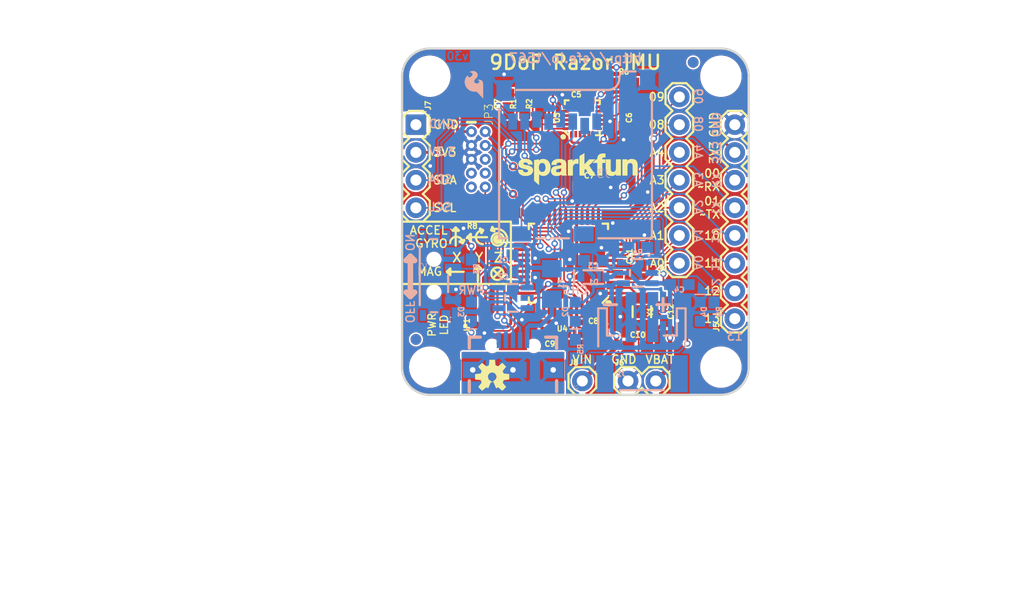
<source format=kicad_pcb>
(kicad_pcb (version 20221018) (generator pcbnew)
  (layers (0 "F.Cu" signal) (31 "B.Cu" signal) (34 "B.Paste" user) (35 "F.Paste" user) (36 "B.SilkS" user "B.Silkscreen") (37 "F.SilkS" user "F.Silkscreen") (38 "B.Mask" user) (39 "F.Mask" user) (44 "Edge.Cuts" user))
  (net 0 "")
  (net 1 "GND")
  (net 2 "REGOUT")
  (net 3 "3.3V")
  (net 4 "VDDCORE")
  (net 5 "N$2")
  (net 6 "N$4")
  (net 7 "~{RESET}")
  (net 8 "D+")
  (net 9 "D-")
  (net 10 "D1/TXO")
  (net 11 "D0/RXI")
  (net 12 "D4/INT")
  (net 13 "D3/FSYNC")
  (net 14 "D2/SD_CD")
  (net 15 "D5")
  (net 16 "D6")
  (net 17 "D7")
  (net 18 "VIN")
  (net 19 "A1")
  (net 20 "A0")
  (net 21 "D12")
  (net 22 "D10")
  (net 23 "N$5")
  (net 24 "D11")
  (net 25 "SWCLK")
  (net 26 "SWDIO")
  (net 27 "SDA")
  (net 28 "SCL")
  (net 29 "N$1")
  (net 30 "SD_MOSI")
  (net 31 "SD_SCK")
  (net 32 "SD_MISO")
  (net 33 "SD_~{CS}")
  (net 34 "D13")
  (net 35 "N$8")
  (net 36 "N$9")
  (net 37 "VREG_EN")
  (net 38 "N$7")
  (net 39 "CHG_LED")
  (net 40 "N$3")
  (net 41 "SHIELD")
  (net 42 "N$11")
  (net 43 "N$12")
  (net 44 "V_BATT")
  (net 45 "A2")
  (net 46 "A3")
  (net 47 "A4")
  (net 48 "A5")
  (net 49 "D8")
  (net 50 "D9")
  (net 51 "ID")
  (footprint "working:STAND-OFF" (layer "F.Cu") (at 161.8361 118.3386)
    (fp_text reference "H1" hide)
    (fp_text value "STAND-OFF" hide)
  )
  (footprint "working:0603" (layer "F.Cu") (at 154.5209 108.1786 90)
    (fp_text reference "C11")
    (fp_text value "0.1uF")
  )
  (footprint "working:TQFP-48" (layer "F.Cu") (at 147.8661 108.8136 180)
    (fp_text reference "U4")
    (fp_text value "ATSAMD21G-A")
  )
  (footprint "working:0603" (layer "F.Cu") (at 156.7561 113.2586 -90)
    (fp_text reference "C12")
    (fp_text value "15pF")
  )
  (footprint "working:FIDUCIAL-1X2" (layer "F.Cu") (at 159.2961 90.3986)
    (fp_text reference "FD2" hide)
    (fp_text value "FIDUCIAL1X2" hide)
  )
  (footprint "working:0603" (layer "F.Cu") (at 149.1361 92.3036 180)
    (fp_text reference "C5")
    (fp_text value "0.1uF")
  )
  (footprint "working:CRYSTAL-SMD-3.2X1.5MM" (layer "F.Cu") (at 154.5971 113.2586 -90)
    (fp_text reference "Y1")
    (fp_text value "32.768kHz")
  )
  (footprint "working:0603" (layer "F.Cu") (at 152.9461 92.3036)
    (fp_text reference "R6")
    (fp_text value "100k")
  )
  (footprint "working:0603" (layer "F.Cu") (at 143.8656 94.2086 90)
    (fp_text reference "R1")
    (fp_text value "4.7k")
  )
  (footprint "working:SMT-JUMPER_2_NC_PASTE_NO-SILK" (layer "F.Cu") (at 137.7061 114.5286 -90)
    (fp_text reference "JP1")
    (fp_text value "LED")
  )
  (footprint "working:0603" (layer "F.Cu") (at 149.7711 101.8286)
    (fp_text reference "C7")
    (fp_text value "0.1uF")
  )
  (footprint "working:OSHW-LOGO-S" (layer "F.Cu") (at 140.8811 119.2276)
    (fp_text reference "LOGO2" hide)
    (fp_text value "OSHW-LOGOS" hide)
  )
  (footprint "working:1X02" (layer "F.Cu") (at 153.3271 119.6086)
    (fp_text reference "J6")
    (fp_text value "")
  )
  (footprint "working:SFE_LOGO_NAME_.1" (layer "F.Cu") (at 142.7861 102.0826)
    (fp_text reference "LOGO3" hide)
    (fp_text value "SFE_LOGO_NAME.1_INCH" hide)
  )
  (footprint "working:STAND-OFF" (layer "F.Cu") (at 135.1661 118.3386)
    (fp_text reference "H2" hide)
    (fp_text value "STAND-OFF" hide)
  )
  (footprint "working:STAND-OFF" (layer "F.Cu") (at 161.8361 91.6686)
    (fp_text reference "H3" hide)
    (fp_text value "STAND-OFF" hide)
  )
  (footprint "working:PAD.03X.03" (layer "F.Cu") (at 142.7861 99.9236)
    (fp_text reference "TP2" hide)
    (fp_text value "TEST-POINT3" hide)
  )
  (footprint "working:FIDUCIAL-1X2" (layer "F.Cu") (at 133.8961 115.7986)
    (fp_text reference "FD4" hide)
    (fp_text value "FIDUCIAL1X2" hide)
  )
  (footprint "working:1X07" (layer "F.Cu") (at 158.0261 108.8136 90)
    (fp_text reference "J4")
    (fp_text value "")
  )
  (footprint "working:0603" (layer "F.Cu") (at 154.2161 116.4336)
    (fp_text reference "C10")
    (fp_text value "15pF")
  )
  (footprint "working:CREATIVE_COMMONS" (layer "F.Cu") (at 116.1161 138.6586)
    (fp_text reference "FRAME1" hide)
    (fp_text value "FRAME-LETTER" hide)
  )
  (footprint "working:0603" (layer "F.Cu") (at 139.6111 104.3686 180)
    (fp_text reference "R8")
    (fp_text value "10k")
  )
  (footprint "working:QFN24-3X3" (layer "F.Cu") (at 149.1361 95.4786 90)
    (fp_text reference "U3")
    (fp_text value "MPU-9250")
  )
  (footprint "working:2X5-PTH-1.27MM" (layer "F.Cu") (at 139.6111 99.2886 -90)
    (fp_text reference "JP3")
    (fp_text value "CORTEX_DEBUGPTH")
  )
  (footprint "working:0603" (layer "F.Cu") (at 146.7231 115.1636 180)
    (fp_text reference "C9")
    (fp_text value "0.1uF")
  )
  (footprint "working:PAD.03X.03" (layer "F.Cu") (at 142.7861 102.4636)
    (fp_text reference "TP1" hide)
    (fp_text value "TEST-POINT3" hide)
  )
  (footprint "working:1X01" (layer "F.Cu") (at 149.1361 119.6086)
    (fp_text reference "J8")
    (fp_text value "")
  )
  (footprint "working:1X04" (layer "F.Cu") (at 133.8961 96.1136 -90)
    (fp_text reference "J7")
    (fp_text value "")
  )
  (footprint "working:0603" (layer "F.Cu") (at 142.4051 94.2086 90)
    (fp_text reference "R7")
    (fp_text value "100k")
  )
  (footprint "working:0603" (layer "F.Cu") (at 150.1521 115.1636)
    (fp_text reference "C8")
    (fp_text value "0.1uF")
  )
  (footprint "working:STAND-OFF" (layer "F.Cu") (at 135.1661 91.6686)
    (fp_text reference "H4" hide)
    (fp_text value "STAND-OFF" hide)
  )
  (footprint "working:0603" (layer "F.Cu") (at 152.9461 95.4786 -90)
    (fp_text reference "C6")
    (fp_text value "0.1uF")
  )
  (footprint "working:0603" (layer "F.Cu") (at 145.3261 94.2086 90)
    (fp_text reference "R2")
    (fp_text value "4.7k")
  )
  (footprint "working:1X08" (layer "F.Cu") (at 163.1061 113.8936 90)
    (fp_text reference "J5")
    (fp_text value "")
  )
  (footprint "working:LED-0603" (layer "B.Cu") (at 138.9761 113.2586 -90)
    (fp_text reference "D3")
    (fp_text value "RED")
  )
  (footprint "working:SWITCH-SPST-SMD-A" (layer "B.Cu") (at 135.5471 109.9566 -90)
    (fp_text reference "S1")
    (fp_text value "SWITCH-SPST-SMD-A")
  )
  (footprint "working:SOD-323" (layer "B.Cu") (at 150.1521 110.0836)
    (fp_text reference "D1")
    (fp_text value "1A/23V/620mV")
  )
  (footprint "working:0603" (layer "B.Cu") (at 141.8971 109.5756)
    (fp_text reference "C2")
    (fp_text value "2.2uF")
  )
  (footprint "working:0603" (layer "B.Cu") (at 150.1521 108.5596)
    (fp_text reference "C3")
    (fp_text value "4.7uF")
  )
  (footprint "working:0603" (layer "B.Cu") (at 138.9761 109.3216 90)
    (fp_text reference "R3")
    (fp_text value "1k")
  )
  (footprint "working:MICRO-SD-SOCKET-PP" (layer "B.Cu") (at 141.5161 106.5276 180)
    (fp_text reference "J3")
    (fp_text value "USD_CONNECTOR")
  )
  (footprint "working:1206" (layer "B.Cu") (at 146.3421 110.7186 90)
    (fp_text reference "F1")
    (fp_text value "6V/0.5A")
  )
  (footprint "working:0603" (layer "B.Cu") (at 141.8971 108.0516)
    (fp_text reference "C1")
    (fp_text value "1.0uF")
  )
  (footprint "working:SFE_LOGO_FLAME_.1" (layer "B.Cu") (at 140.3731 94.0816 180)
    (fp_text reference "LOGO1" hide)
    (fp_text value "SFE_LOGO_FLAME.1_INCH" hide)
  )
  (footprint "working:SOT23-5" (layer "B.Cu") (at 142.7861 111.9886 -90)
    (fp_text reference "U1")
    (fp_text value "3.3V")
  )
  (footprint "working:USB-B-MICRO-SMD_V03" (layer "B.Cu") (at 142.7861 118.5926 90)
    (fp_text reference "J2")
    (fp_text value "")
  )
  (footprint "working:JST-2-SMD" (layer "B.Cu") (at 154.5971 117.4496)
    (fp_text reference "J1")
    (fp_text value "LiPo")
  )
  (footprint "working:0603" (layer "B.Cu") (at 154.2161 107.3531)
    (fp_text reference "R4")
    (fp_text value "2.2k")
  )
  (footprint "working:SOT23-5" (layer "B.Cu") (at 154.2161 109.7026 -90)
    (fp_text reference "U2")
    (fp_text value "MCP73831")
  )
  (footprint "working:LED-0603" (layer "B.Cu") (at 148.5011 113.2586 -90)
    (fp_text reference "D2")
    (fp_text value "Yellow")
  )
  (footprint "working:0603" (layer "B.Cu") (at 158.0261 110.7694)
    (fp_text reference "C4")
    (fp_text value "4.7uF")
  )
  (footprint "working:LED-0603" (layer "B.Cu") (at 159.9311 113.2586 90)
    (fp_text reference "D4")
    (fp_text value "BLUE")
  )
  (footprint "working:0603" (layer "B.Cu") (at 148.5011 116.6876 90)
    (fp_text reference "R5")
    (fp_text value "1k")
  )
  (footprint "working:0603" (layer "B.Cu") (at 161.2011 113.2586 90)
    (fp_text reference "R9")
    (fp_text value "1k")
  )
  (footprint "working:FIDUCIAL-1X2" (layer "B.Cu") (at 159.2961 90.3986 180)
    (fp_text reference "FD3" hide)
    (fp_text value "FIDUCIAL1X2" hide)
  )
  (footprint "working:FIDUCIAL-1X2" (layer "B.Cu") (at 133.8961 115.7986 180)
    (fp_text reference "FD1" hide)
    (fp_text value "FIDUCIAL1X2" hide)
  )
  (gr_line (start 133.3881 111.8616) (end 133.7691 111.4806) (stroke (width 0.508)) (layer "B.SilkS"))
  (gr_line (start 133.7691 111.4806) (end 133.0071 111.4806) (stroke (width 0.508)) (layer "B.SilkS"))
  (gr_line (start 133.7691 108.5596) (end 133.3881 108.1786) (stroke (width 0.508)) (layer "B.SilkS"))
  (gr_line (start 133.3881 111.8616) (end 133.3881 108.1786) (stroke (width 0.508)) (layer "B.SilkS"))
  (gr_line (start 133.0071 111.4806) (end 133.3881 111.8616) (stroke (width 0.508)) (layer "B.SilkS"))
  (gr_line (start 133.0071 108.5596) (end 133.7691 108.5596) (stroke (width 0.508)) (layer "B.SilkS"))
  (gr_line (start 133.3881 108.1786) (end 133.0071 108.5596) (stroke (width 0.508)) (layer "B.SilkS"))
  (gr_line (start 139.573 109.0422) (end 139.573 110.4392) (stroke (width 0.2032)) (layer "F.SilkS"))
  (gr_line (start 139.573 109.0422) (end 139.827 109.2962) (stroke (width 0.254)) (layer "F.SilkS"))
  (gr_line (start 139.573 109.0422) (end 139.319 109.2962) (stroke (width 0.254)) (layer "F.SilkS"))
  (gr_line (start 140.0302 105.791) (end 139.9032 106.0196) (stroke (width 0.254)) (layer "F.SilkS"))
  (gr_line (start 137.541 105.5624) (end 137.287 105.8164) (stroke (width 0.254)) (layer "F.SilkS"))
  (gr_line (start 139.2936 109.3216) (end 139.8524 109.3216) (stroke (width 0.254)) (layer "F.SilkS"))
  (gr_line (start 141.0462 110.0836) (end 141.6812 109.4486) (stroke (width 0.2032)) (layer "F.SilkS"))
  (gr_line (start 136.7536 109.601) (end 137.0076 109.855) (stroke (width 0.254)) (layer "F.SilkS"))
  (gr_circle (center 141.39164 106.624119) (end 141.95954 106.624119) (stroke (width 0.2032)) (fill none) (layer "F.SilkS"))
  (gr_line (start 137.541 105.5624) (end 137.795 105.8164) (stroke (width 0.254)) (layer "F.SilkS"))
  (gr_circle (center 141.3891 106.62666) (end 141.4145 106.62666) (stroke (width 0.4064)) (fill none) (layer "F.SilkS"))
  (gr_line (start 136.7536 109.601) (end 137.0076 109.347) (stroke (width 0.254)) (layer "F.SilkS"))
  (gr_line (start 138.176 106.9594) (end 137.922 106.8324) (stroke (width 0.254)) (layer "F.SilkS"))
  (gr_line (start 137.033 109.8804) (end 137.033 109.3216) (stroke (width 0.254)) (layer "F.SilkS"))
  (gr_circle (center 141.361159 109.773719) (end 141.929059 109.773719) (stroke (width 0.2032)) (fill none) (layer "F.SilkS"))
  (gr_line (start 138.303 106.7054) (end 137.922 106.8324) (stroke (width 0.254)) (layer "F.SilkS"))
  (gr_line (start 142.5956 105.0036) (end 132.6261 105.0036) (stroke (width 0.2032)) (layer "F.SilkS"))
  (gr_line (start 138.6332 106.426) (end 140.4112 106.426) (stroke (width 0.2032)) (layer "F.SilkS"))
  (gr_arc (start 140.844987 105.75581) (mid 142.050436 106.043219) (end 142.048343 107.282455) (stroke (width 0.2032)) (layer "F.SilkS"))
  (gr_line (start 138.9126 106.7054) (end 138.9126 106.1466) (stroke (width 0.254)) (layer "F.SilkS"))
  (gr_line (start 138.6332 106.426) (end 138.8872 106.68) (stroke (width 0.254)) (layer "F.SilkS"))
  (gr_line (start 137.795 105.8164) (end 137.287 105.8164) (stroke (width 0.254)) (layer "F.SilkS"))
  (gr_line (start 139.9032 106.0196) (end 139.7762 105.664) (stroke (width 0.254)) (layer "F.SilkS"))
  (gr_line (start 138.6332 106.426) (end 138.8872 106.172) (stroke (width 0.254)) (layer "F.SilkS"))
  (gr_line (start 140.0302 105.791) (end 139.7762 105.664) (stroke (width 0.254)) (layer "F.SilkS"))
  (gr_line (start 140.809068 105.791732) (end 140.898871 105.522322) (stroke (width 0.254)) (layer "F.SilkS"))
  (gr_line (start 140.809068 105.791732) (end 141.060515 105.863572) (stroke (width 0.254)) (layer "F.SilkS"))
  (gr_line (start 141.0462 109.474) (end 141.6812 110.109) (stroke (width 0.2032)) (layer "F.SilkS"))
  (gr_line (start 142.5956 110.7186) (end 142.5956 105.0036) (stroke (width 0.2032)) (layer "F.SilkS"))
  (gr_line (start 138.176 106.9594) (end 138.303 106.7054) (stroke (width 0.254)) (layer "F.SilkS"))
  (gr_line (start 137.541 105.5624) (end 137.541 107.2134) (stroke (width 0.2032)) (layer "F.SilkS"))
  (gr_line (start 142.5956 110.7186) (end 132.6261 110.7186) (stroke (width 0.2032)) (layer "F.SilkS"))
  (gr_arc (start 140.0302 107.061) (mid 139.3952 106.426) (end 140.0302 105.791) (stroke (width 0.2032)) (layer "F.SilkS"))
  (gr_line (start 136.7536 109.601) (end 138.2776 109.601) (stroke (width 0.2032)) (layer "F.SilkS"))
  (gr_line (start 141.060515 105.863572) (end 140.898871 105.522322) (stroke (width 0.254)) (layer "F.SilkS"))
  (gr_arc (start 137.033 106.9594) (mid 137.6045 106.3879) (end 138.176 106.9594) (stroke (width 0.2032)) (layer "F.SilkS"))
  (gr_arc (start 161.8361 89.1286) (mid 163.632151 89.872549) (end 164.3761 91.6686) (stroke (width 0.2032)) (layer "Edge.Cuts"))
  (gr_line (start 135.1661 120.8786) (end 161.8361 120.8786) (stroke (width 0.2032)) (layer "Edge.Cuts"))
  (gr_arc (start 164.3761 118.3386) (mid 163.632151 120.134651) (end 161.8361 120.8786) (stroke (width 0.2032)) (layer "Edge.Cuts"))
  (gr_arc (start 135.1661 120.8786) (mid 133.370049 120.134651) (end 132.6261 118.3386) (stroke (width 0.2032)) (layer "Edge.Cuts"))
  (gr_line (start 132.6261 91.6686) (end 132.6261 118.3386) (stroke (width 0.2032)) (layer "Edge.Cuts"))
  (gr_line (start 164.3761 118.3386) (end 164.3761 91.6686) (stroke (width 0.2032)) (layer "Edge.Cuts"))
  (gr_arc (start 132.6261 91.6686) (mid 133.370049 89.872549) (end 135.1661 89.1286) (stroke (width 0.2032)) (layer "Edge.Cuts"))
  (gr_line (start 161.8361 89.1286) (end 135.1661 89.1286) (stroke (width 0.2032)) (layer "Edge.Cuts"))
  (gr_text "v30" (at 137.7061 89.3826) (layer "B.Cu") (effects (font (size 0.75565 0.75565) (thickness 0.13335)) (justify top mirror)))
  (gr_text "3.3V" (at 134.9883 98.5774) (layer "B.SilkS") (effects (font (size 0.75565 0.75565) (thickness 0.13335)) (justify right mirror)))
  (gr_text "09" (at 159.2961 93.5101 -90) (layer "B.SilkS") (effects (font (size 0.75565 0.75565) (thickness 0.13335)) (justify bottom mirror)))
  (gr_text "08" (at 159.2961 96.0501 -90) (layer "B.SilkS") (effects (font (size 0.75565 0.75565) (thickness 0.13335)) (justify bottom mirror)))
  (gr_text "RX" (at 161.8361 101.1936 -90) (layer "B.SilkS") (effects (font (size 0.75565 0.75565) (thickness 0.13335)) (justify top mirror)))
  (gr_text "A4" (at 159.2961 98.5901 -90) (layer "B.SilkS") (effects (font (size 0.75565 0.75565) (thickness 0.13335)) (justify bottom mirror)))
  (gr_text "-" (at 152.8191 113.3856) (layer "B.SilkS") (effects (font (size 1.5113 1.5113) (thickness 0.2667)) (justify left bottom mirror)))
  (gr_text "OFF" (at 132.8801 113.2586 -90) (layer "B.SilkS") (effects (font (size 0.75565 0.75565) (thickness 0.13335)) (justify bottom mirror)))
  (gr_text "A0" (at 159.2961 108.7501 -90) (layer "B.SilkS") (effects (font (size 0.75565 0.75565) (thickness 0.13335)) (justify bottom mirror)))
  (gr_text "A2" (at 159.2961 103.6701 -90) (layer "B.SilkS") (effects (font (size 0.75565 0.75565) (thickness 0.13335)) (justify bottom mirror)))
  (gr_text "10" (at 161.8361 106.2736 -90) (layer "B.SilkS") (effects (font (size 0.75565 0.75565) (thickness 0.13335)) (justify top mirror)))
  (gr_text "http://sfe.io/t567" (at 148.5011 89.5096) (layer "B.SilkS") (effects (font (size 0.8636 0.8636) (thickness 0.1524)) (justify top mirror)))
  (gr_text "SDA" (at 134.9883 101.1174) (layer "B.SilkS") (effects (font (size 0.75565 0.75565) (thickness 0.13335)) (justify right mirror)))
  (gr_text "11" (at 161.8361 108.8136 -90) (layer "B.SilkS") (effects (font (size 0.75565 0.75565) (thickness 0.13335)) (justify top mirror)))
  (gr_text "+" (at 157.6451 113.3856) (layer "B.SilkS") (effects (font (size 1.5113 1.5113) (thickness 0.2667)) (justify left bottom mirror)))
  (gr_text "ON" (at 132.8801 106.9086 -90) (layer "B.SilkS") (effects (font (size 0.75565 0.75565) (thickness 0.13335)) (justify bottom mirror)))
  (gr_text "A3" (at 159.2961 101.1301 -90) (layer "B.SilkS") (effects (font (size 0.75565 0.75565) (thickness 0.13335)) (justify bottom mirror)))
  (gr_text "12" (at 161.8361 110.9091 -90) (layer "B.SilkS") (effects (font (size 0.75565 0.75565) (thickness 0.13335)) (justify top mirror)))
  (gr_text "GND" (at 161.8361 96.1136 -90) (layer "B.SilkS") (effects (font (size 0.75565 0.75565) (thickness 0.13335)) (justify top mirror)))
  (gr_text "A1" (at 159.2961 106.2101 -90) (layer "B.SilkS") (effects (font (size 0.75565 0.75565) (thickness 0.13335)) (justify bottom mirror)))
  (gr_text "13" (at 163.1061 115.0747) (layer "B.SilkS") (effects (font (size 0.75565 0.75565) (thickness 0.13335)) (justify top mirror)))
  (gr_text "CHG" (at 148.5011 111.7346) (layer "B.SilkS") (effects (font (size 0.75565 0.75565) (thickness 0.13335)) (justify bottom mirror)))
  (gr_text "TX" (at 161.8361 103.7336 -90) (layer "B.SilkS") (effects (font (size 0.75565 0.75565) (thickness 0.13335)) (justify top mirror)))
  (gr_text "GND" (at 134.9883 96.0374) (layer "B.SilkS") (effects (font (size 0.75565 0.75565) (thickness 0.13335)) (justify right mirror)))
  (gr_text "PWR" (at 138.9761 111.7346) (layer "B.SilkS") (effects (font (size 0.75565 0.75565) (thickness 0.13335)) (justify bottom mirror)))
  (gr_text "SCL" (at 134.9883 103.6574) (layer "B.SilkS") (effects (font (size 0.75565 0.75565) (thickness 0.13335)) (justify right mirror)))
  (gr_text "3V3" (at 161.8361 98.6536 -90) (layer "B.SilkS") (effects (font (size 0.75565 0.75565) (thickness 0.13335)) (justify top mirror)))
  (gr_text "Y" (at 139.6746 108.3056) (layer "F.SilkS") (effects (font (size 0.8636 0.8636) (thickness 0.1524))))
  (gr_text "VIN" (at 149.1361 118.0846) (layer "F.SilkS") (effects (font (size 0.75565 0.75565) (thickness 0.13335)) (justify bottom)))
  (gr_text "SDA" (at 135.4201 101.1936) (layer "F.SilkS") (effects (font (size 0.75565 0.75565) (thickness 0.13335)) (justify left)))
  (gr_text "10" (at 161.8361 106.2736) (layer "F.SilkS") (effects (font (size 0.75565 0.75565) (thickness 0.13335)) (justify right)))
  (gr_text "11" (at 161.8361 108.8136) (layer "F.SilkS") (effects (font (size 0.75565 0.75565) (thickness 0.13335)) (justify right)))
  (gr_text "SCL" (at 135.4201 103.7336) (layer "F.SilkS") (effects (font (size 0.75565 0.75565) (thickness 0.13335)) (justify left)))
  (gr_text "GND" (at 152.9461 118.0846) (layer "F.SilkS") (effects (font (size 0.75565 0.75565) (thickness 0.13335)) (justify bottom)))
  (gr_text "3V3" (at 135.4201 98.6536) (layer "F.SilkS") (effects (font (size 0.75565 0.75565) (thickness 0.13335)) (justify left)))
  (gr_text "GND" (at 161.6456 96.1136 90) (layer "F.SilkS") (effects (font (size 0.75565 0.75565) (thickness 0.13335)) (justify bottom)))
  (gr_text "3V3" (at 161.6456 98.6536 90) (layer "F.SilkS") (effects (font (size 0.75565 0.75565) (thickness 0.13335)) (justify bottom)))
  (gr_text "00\n~RX" (at 161.8361 101.1936) (layer "F.SilkS") (effects (font (size 0.75565 0.75565) (thickness 0.13335)) (justify right)))
  (gr_text "13" (at 161.8361 113.8936) (layer "F.SilkS") (effects (font (size 0.75565 0.75565) (thickness 0.13335)) (justify right)))
  (gr_text "09" (at 156.7561 93.5736) (layer "F.SilkS") (effects (font (size 0.75565 0.75565) (thickness 0.13335)) (justify right)))
  (gr_text "MAG" (at 136.3726 109.5756) (layer "F.SilkS") (effects (font (size 0.75565 0.75565) (thickness 0.13335)) (justify right)))
  (gr_text "01\n~TX" (at 161.8361 103.7336) (layer "F.SilkS") (effects (font (size 0.75565 0.75565) (thickness 0.13335)) (justify right)))
  (gr_text "12" (at 161.8361 111.3536) (layer "F.SilkS") (effects (font (size 0.75565 0.75565) (thickness 0.13335)) (justify right)))
  (gr_text "A1" (at 156.7561 106.2736) (layer "F.SilkS") (effects (font (size 0.75565 0.75565) (thickness 0.13335)) (justify right)))
  (gr_text "A2" (at 156.7561 103.7336) (layer "F.SilkS") (effects (font (size 0.75565 0.75565) (thickness 0.13335)) (justify right)))
  (gr_text "GND" (at 135.4201 96.1136) (layer "F.SilkS") (effects (font (size 0.75565 0.75565) (thickness 0.13335)) (justify left)))
  (gr_text "Z" (at 141.4526 108.3056) (layer "F.SilkS") (effects (font (size 0.8636 0.8636) (thickness 0.1524))))
  (gr_text "9DoF Razor IMU" (at 148.5011 91.1606) (layer "F.SilkS") (effects (font (size 1.2954 1.2954) (thickness 0.2286)) (justify bottom)))
  (gr_text "A3" (at 156.7561 101.1936) (layer "F.SilkS") (effects (font (size 0.75565 0.75565) (thickness 0.13335)) (justify right)))
  (gr_text "08" (at 156.7561 96.1136) (layer "F.SilkS") (effects (font (size 0.75565 0.75565) (thickness 0.13335)) (justify right)))
  (gr_text "A4" (at 156.7561 98.6536) (layer "F.SilkS") (effects (font (size 0.75565 0.75565) (thickness 0.13335)) (justify right)))
  (gr_text "PWR\nLED" (at 136.8806 114.4651 90) (layer "F.SilkS") (effects (font (size 0.69088 0.69088) (thickness 0.12192)) (justify bottom)))
  (gr_text "A0" (at 156.7561 108.8136) (layer "F.SilkS") (effects (font (size 0.73406 0.73406) (thickness 0.12954)) (justify right)))
  (gr_text "VBAT" (at 156.2481 118.0846) (layer "F.SilkS") (effects (font (size 0.75565 0.75565) (thickness 0.13335)) (justify bottom)))
  (gr_text "X" (at 137.6426 108.3056) (layer "F.SilkS") (effects (font (size 0.8636 0.8636) (thickness 0.1524))))
  (gr_text "ACCEL\nGYRO" (at 136.8806 106.4006) (layer "F.SilkS") (effects (font (size 0.75565 0.75565) (thickness 0.13335)) (justify right)))
  (segment (start 148.1361 93.9261) (end 148.1361 93.4306) (width 0.2032) (layer "F.Cu") (net 1))
  (segment (start 147.0025 93.9292) (end 147.1549 93.7768) (width 0.2032) (layer "F.Cu") (net 1))
  (segment (start 150.6361 95.6786) (end 151.3681 95.6786) (width 0.2032) (layer "F.Cu") (net 1))
  (segment (start 147.6161 113.0636) (end 147.6161 112.018) (width 0.254) (layer "F.Cu") (net 1))
  (segment (start 147.6361 94.8786) (end 147.0121 94.8786) (width 0.2032) (layer "F.Cu") (net 1))
  (segment (start 148.1361 93.4306) (end 148.3487 93.218) (width 0.2032) (layer "F.Cu") (net 1))
  (segment (start 143.6161 111.0636) (end 144.7017 111.0636) (width 0.254) (layer "F.Cu") (net 1))
  (segment (start 151.3459 105.1306) (end 151.9301 105.1306) (width 0.2032) (layer "F.Cu") (net 1))
  (segment (start 147.6161 112.018) (end 147.4343 111.8362) (width 0.254) (layer "F.Cu") (net 1))
  (segment (start 147.0121 94.8786) (end 147.0025 94.869) (width 0.2032) (layer "F.Cu") (net 1))
  (segment (start 148.3487 93.218) (end 149.2123 93.218) (width 0.2032) (layer "F.Cu") (net 1))
  (segment (start 150.8125 105.664) (end 151.3459 105.1306) (width 0.2032) (layer "F.Cu") (net 1))
  (segment (start 147.0025 94.869) (end 147.0025 93.9292) (width 0.2032) (layer "F.Cu") (net 1))
  (via (at 146.7485 114.3127) (size 0.5842) (drill 0.3302) (layers "F.Cu" "B.Cu") (net 1))
  (via (at 141.9733 91.4908) (size 0.5842) (drill 0.3302) (layers "F.Cu" "B.Cu") (net 1))
  (via (at 137.5664 111.2139) (size 0.5842) (drill 0.3302) (layers "F.Cu" "B.Cu") (net 1))
  (via (at 150.8887 107.3912) (size 0.5842) (drill 0.3302) (layers "F.Cu" "B.Cu") (net 1))
  (via (at 147.8788 105.8926) (size 0.5842) (drill 0.3302) (layers "F.Cu" "B.Cu") (net 1))
  (via (at 144.8181 108.3564) (size 0.5842) (drill 0.3302) (layers "F.Cu" "B.Cu") (net 1))
  (via (at 157.8483 114.0841) (size 0.5842) (drill 0.3302) (layers "F.Cu" "B.Cu") (net 1))
  (via (at 143.5989 113.9952) (size 0.5842) (drill 0.3302) (layers "F.Cu" "B.Cu") (net 1))
  (via (at 140.1699 115.2144) (size 0.5842) (drill 0.3302) (layers "F.Cu" "B.Cu") (net 1))
  (via (at 151.7396 101.8667) (size 0.5842) (drill 0.3302) (layers "F.Cu" "B.Cu") (net 1))
  (via (at 135.2042 99.8982) (size 0.5842) (drill 0.3302) (layers "F.Cu" "B.Cu") (net 1))
  (via (at 152.9207 97.4852) (size 0.5842) (drill 0.3302) (layers "F.Cu" "B.Cu") (net 1))
  (via (at 151.6761 95.8088) (size 0.5842) (drill 0.3302) (layers "F.Cu" "B.Cu") (net 1))
  (via (at 144.8181 110.1344) (size 0.5842) (drill 0.3302) (layers "F.Cu" "B.Cu") (net 1))
  (via (at 155.1305 102.2858) (size 0.5842) (drill 0.3302) (layers "F.Cu" "B.Cu") (net 1))
  (via (at 147.9931 108.4707) (size 0.5842) (drill 0.3302) (layers "F.Cu" "B.Cu") (net 1))
  (via (at 154.8257 106.2355) (size 0.5842) (drill 0.3302) (layers "F.Cu" "B.Cu") (net 1))
  (via (at 150.7744 111.5949) (size 0.5842) (drill 0.3302) (layers "F.Cu" "B.Cu") (net 1))
  (via (at 147.3073 93.3704) (size 0.5842) (drill 0.3302) (layers "F.Cu" "B.Cu") (net 1))
  (via (at 148.209 103.1113) (size 0.5842) (drill 0.3302) (layers "F.Cu" "B.Cu") (net 1))
  (via (at 138.2522 105.6132) (size 0.5842) (drill 0.3302) (layers "F.Cu" "B.Cu") (net 1))
  (via (at 151.9301 105.1306) (size 0.5842) (drill 0.3302) (layers "F.Cu" "B.Cu") (net 1))
  (via (at 152.6159 113.7158) (size 0.5842) (drill 0.3302) (layers "F.Cu" "B.Cu") (net 1))
  (segment (start 150.6361 95.2786) (end 152.2961 95.2786) (width 0.1524) (layer "F.Cu") (net 2))
  (segment (start 152.2961 95.2786) (end 152.9461 94.6286) (width 0.1524) (layer "F.Cu") (net 2))
  (segment (start 154.2161 90.8558) (end 157.8483 90.8558) (width 0.254) (layer "F.Cu") (net 3))
  (segment (start 148.6161 101.8286) (end 148.9211 101.8286) (width 0.254) (layer "F.Cu") (net 3))
  (segment (start 142.2781 114.6556) (end 140.9065 114.6556) (width 0.254) (layer "F.Cu") (net 3))
  (segment (start 148.1361 97.6536) (end 148.2471 97.7646) (width 0.2032) (layer "F.Cu") (net 3))
  (segment (start 138.9761 107.2388) (end 137.2235 105.4862) (width 0.254) (layer "F.Cu") (net 3))
  (segment (start 148.6161 109.0636) (end 148.6161 104.5636) (width 0.254) (layer "F.Cu") (net 3))
  (segment (start 138.9761 96.7486) (end 137.7061 96.7486) (width 0.254) (layer "F.Cu") (net 3))
  (segment (start 151.2189 97.3074) (end 151.2189 96.1644) (width 0.2032) (layer "F.Cu") (net 3))
  (segment (start 140.2715 114.0206) (end 140.2715 111.0386) (width 0.254) (layer "F.Cu") (net 3))
  (segment (start 148.6161 104.5636) (end 148.6161 103.5678) (width 0.254) (layer "F.Cu") (net 3))
  (segment (start 149.9861 92.3036) (end 150.1361 92.4536) (width 0.2032) (layer "F.Cu") (net 3))
  (segment (start 150.6361 96.0786) (end 151.1331 96.0786) (width 0.2032) (layer "F.Cu") (net 3))
  (segment (start 152.2603 90.8558) (end 154.2161 90.8558) (width 0.254) (layer "F.Cu") (net 3))
  (segment (start 146.4437 95.377) (end 146.4437 93.853) (width 0.2032) (layer "F.Cu") (net 3))
  (segment (start 137.2235 104.3686) (end 137.2235 98.6536) (width 0.254) (layer "F.Cu") (net 3))
  (segment (start 148.2031 111.5636) (end 148.19675 111.5636) (width 0.254) (layer "F.Cu") (net 3))
  (segment (start 153.7961 90.8558) (end 154.2161 90.8558) (width 0.1524) (layer "F.Cu") (net 3))
  (segment (start 143.6161 111.5636) (end 142.7031 111.5636) (width 0.254) (layer "F.Cu") (net 3))
  (segment (start 145.3397 93.345) (end 146.4437 93.345) (width 0.2032) (layer "F.Cu") (net 3))
  (segment (start 142.5829 111.6838) (end 142.7031 111.5636) (width 0.254) (layer "F.Cu") (net 3))
  (segment (start 137.7061 94.2086) (end 137.7061 96.7486) (width 0.254) (layer "F.Cu") (net 3))
  (segment (start 148.6161 103.5678) (end 148.9211 103.2628) (width 0.254) (layer "F.Cu") (net 3))
  (segment (start 163.1061 98.6536) (end 160.5661 96.1136) (width 0.254) (layer "F.Cu") (net 3))
  (segment (start 138.7611 104.3686) (end 137.2235 104.3686) (width 0.254) (layer "F.Cu") (net 3))
  (segment (start 151.0919 97.4344) (end 151.2189 97.3074) (width 0.2032) (layer "F.Cu") (net 3))
  (segment (start 148.6161 114.4776) (end 149.3021 115.1636) (width 0.254) (layer "F.Cu") (net 3))
  (segment (start 148.2031 111.5636) (end 148.6161 111.9766) (width 0.254) (layer "F.Cu") (net 3))
  (segment (start 150.7617 97.7646) (end 151.0919 97.4344) (width 0.2032) (layer "F.Cu") (net 3))
  (segment (start 148.9211 103.2628) (end 148.9211 101.8286) (width 0.254) (layer "F.Cu") (net 3))
  (segment (start 133.8961 98.6536) (end 137.2235 98.6536) (width 0.254) (layer "F.Cu") (net 3))
  (segment (start 148.6161 113.0636) (end 148.6161 114.4776) (width 0.254) (layer "F.Cu") (net 3))
  (segment (start 137.2235 105.4862) (end 137.2235 104.3686) (width 0.254) (layer "F.Cu") (net 3))
  (segment (start 152.1161 109.0636) (end 154.4859 109.0636) (width 0.254) (layer "F.Cu") (net 3))
  (segment (start 137.7061 98.1456) (end 137.7061 96.7486) (width 0.254) (layer "F.Cu") (net 3))
  (segment (start 154.4859 109.0636) (end 154.5209 109.0286) (width 0.254) (layer "F.Cu") (net 3))
  (segment (start 153.7961 92.3036) (end 153.7961 90.8558) (width 0.1524) (layer "F.Cu") (net 3))
  (segment (start 146.4437 90.8558) (end 141.0589 90.8558) (width 0.254) (layer "F.Cu") (net 3))
  (segment (start 145.1678 111.5636) (end 146.0128 110.7186) (width 0.254) (layer "F.Cu") (net 3))
  (segment (start 137.2235 98.6536) (end 137.2235 98.6282) (width 0.254) (layer "F.Cu") (net 3))
  (segment (start 146.7453 95.6786) (end 146.4437 95.377) (width 0.2032) (layer "F.Cu") (net 3))
  (segment (start 148.6161 109.0636) (end 152.1161 109.0636) (width 0.254) (layer "F.Cu") (net 3))
  (segment (start 145.3261 93.3586) (end 145.3397 93.345) (width 0.2032) (layer "F.Cu") (net 3))
  (segment (start 142.5829 111.6838) (end 142.5829 114.3508) (width 0.254) (layer "F.Cu") (net 3))
  (segment (start 142.5829 114.3508) (end 142.2781 114.6556) (width 0.254) (layer "F.Cu") (net 3))
  (segment (start 146.4437 93.853) (end 146.4437 93.345) (width 0.2032) (layer "F.Cu") (net 3))
  (segment (start 143.6161 111.5636) (end 145.1678 111.5636) (width 0.254) (layer "F.Cu") (net 3))
  (segment (start 148.6161 113.0636) (end 148.6161 111.9766) (width 0.254) (layer "F.Cu") (net 3))
  (segment (start 148.1361 97.0311) (end 148.1361 97.6536) (width 0.2032) (layer "F.Cu") (net 3))
  (segment (start 137.2235 98.6282) (end 137.7061 98.1456) (width 0.254) (layer "F.Cu") (net 3))
  (segment (start 146.4437 93.345) (end 146.4437 90.8558) (width 0.2032) (layer "F.Cu") (net 3))
  (segment (start 151.1331 96.0786) (end 151.2189 96.1644) (width 0.2032) (layer "F.Cu") (net 3))
  (segment (start 142.4051 93.3586) (end 143.8656 93.3586) (width 0.2032) (layer "F.Cu") (net 3))
  (segment (start 149.9861 90.8558) (end 152.2603 90.8558) (width 0.254) (layer "F.Cu") (net 3))
  (segment (start 148.6161 109.40625) (end 148.6161 109.0636) (width 0.254) (layer "F.Cu") (net 3))
  (segment (start 147.99355 110.0288) (end 148.6161 109.40625) (width 0.254) (layer "F.Cu") (net 3))
  (segment (start 141.0589 90.8558) (end 137.7061 94.2086) (width 0.254) (layer "F.Cu") (net 3))
  (segment (start 149.9861 92.3036) (end 149.9861 90.8558) (width 0.254) (layer "F.Cu") (net 3))
  (segment (start 148.2471 97.7646) (end 150.7617 97.7646) (width 0.2032) (layer "F.Cu") (net 3))
  (segment (start 147.6361 95.6786) (end 146.7453 95.6786) (width 0.2032) (layer "F.Cu") (net 3))
  (segment (start 160.5661 93.5736) (end 160.5661 96.1136) (width 0.254) (layer "F.Cu") (net 3))
  (segment (start 148.19675 111.5636) (end 148.06975 111.4366) (width 0.254) (layer "F.Cu") (net 3))
  (segment (start 143.8656 93.3586) (end 145.3261 93.3586) (width 0.2032) (layer "F.Cu") (net 3))
  (segment (start 146.4437 90.8558) (end 149.9861 90.8558) (width 0.254) (layer "F.Cu") (net 3))
  (segment (start 157.8483 90.8558) (end 160.5661 93.5736) (width 0.254) (layer "F.Cu") (net 3))
  (segment (start 140.9065 114.6556) (end 140.2715 114.0206) (width 0.254) (layer "F.Cu") (net 3))
  (segment (start 150.1361 92.4536) (end 150.1361 93.9261) (width 0.2032) (layer "F.Cu") (net 3))
  (via (at 151.0919 97.4344) (size 0.5842) (drill 0.3302) (layers "F.Cu" "B.Cu") (net 3))
  (via (at 140.2715 111.0386) (size 0.5842) (drill 0.3302) (layers "F.Cu" "B.Cu") (net 3))
  (via (at 148.06975 111.4366) (size 0.5842) (drill 0.3302) (layers "F.Cu" "B.Cu") (net 3))
  (via (at 138.9761 107.2388) (size 0.5842) (drill 0.3302) (layers "F.Cu" "B.Cu") (net 3))
  (via (at 147.99355 110.0288) (size 0.5842) (drill 0.3302) (layers "F.Cu" "B.Cu") (net 3))
  (via (at 146.4437 93.853) (size 0.5842) (drill 0.3302) (layers "F.Cu" "B.Cu") (net 3))
  (via (at 152.2603 90.8558) (size 0.5842) (drill 0.3302) (layers "F.Cu" "B.Cu") (net 3))
  (via (at 146.0128 110.7186) (size 0.5842) (drill 0.3302) (layers "F.Cu" "B.Cu") (net 3))
  (segment (start 152.0317 97.6376) (end 151.2951 97.6376) (width 0.2032) (layer "B.Cu") (net 3))
  (segment (start 147.1561 95.6276) (end 147.1561 94.5654) (width 0.1524) (layer "B.Cu") (net 3))
  (segment (start 151.2951 97.6376) (end 151.0919 97.4344) (width 0.2032) (layer "B.Cu") (net 3))
  (segment (start 147.99355 110.7186) (end 147.99355 110.0288) (width 0.254) (layer "B.Cu") (net 3))
  (segment (start 146.0128 110.7186) (end 147.99355 110.7186) (width 0.254) (layer "B.Cu") (net 3))
  (segment (start 138.9761 108.4716) (end 139.6891 108.4716) (width 0.254) (layer "B.Cu") (net 3))
  (segment (start 152.2603 97.409) (end 152.2603 90.8558) (width 0.2032) (layer "B.Cu") (net 3))
  (segment (start 147.1561 94.5654) (end 146.4437 93.853) (width 0.1524) (layer "B.Cu") (net 3))
  (segment (start 147.99355 111.3604) (end 148.06975 111.4366) (width 0.254) (layer "B.Cu") (net 3))
  (segment (start 140.2715 111.0386) (end 140.2715 109.5756) (width 0.254) (layer "B.Cu") (net 3))
  (segment (start 141.0471 109.5756) (end 140.2715 109.5756) (width 0.254) (layer "B.Cu") (net 3))
  (segment (start 138.9761 107.2388) (end 138.9761 108.4716) (width 0.254) (layer "B.Cu") (net 3))
  (segment (start 140.2715 109.5756) (end 140.2715 109.054) (width 0.254) (layer "B.Cu") (net 3))
  (segment (start 141.486 111.0386) (end 140.2715 111.0386) (width 0.3048) (layer "B.Cu") (net 3))
  (segment (start 152.2603 97.409) (end 152.0317 97.6376) (width 0.2032) (layer "B.Cu") (net 3))
  (segment (start 147.99355 110.7186) (end 147.99355 111.3604) (width 0.254) (layer "B.Cu") (net 3))
  (segment (start 140.2715 109.054) (end 139.6891 108.4716) (width 0.254) (layer "B.Cu") (net 3))
  (segment (start 148.1161 114.6206) (end 147.5731 115.1636) (width 0.254) (layer "F.Cu") (net 4))
  (segment (start 148.1161 113.0636) (end 148.1161 114.6206) (width 0.254) (layer "F.Cu") (net 4))
  (segment (start 155.0661 114.9776) (end 154.5971 114.5086) (width 0.2032) (layer "F.Cu") (net 5))
  (segment (start 153.2323 111.5636) (end 153.3779 111.7092) (width 0.2032) (layer "F.Cu") (net 5))
  (segment (start 152.1161 111.5636) (end 153.2323 111.5636) (width 0.2032) (layer "F.Cu") (net 5))
  (segment (start 155.0661 116.4336) (end 155.0661 114.9776) (width 0.2032) (layer "F.Cu") (net 5))
  (segment (start 154.5971 114.5086) (end 154.2215 114.5086) (width 0.2032) (layer "F.Cu") (net 5))
  (segment (start 153.3779 111.7092) (end 153.3779 113.665) (width 0.2032) (layer "F.Cu") (net 5))
  (segment (start 153.3779 113.665) (end 154.2215 114.5086) (width 0.2032) (layer "F.Cu") (net 5))
  (segment (start 154.5971 112.0086) (end 154.4647 112.0086) (width 0.2032) (layer "F.Cu") (net 6))
  (segment (start 152.1161 111.0636) (end 153.5197 111.0636) (width 0.2032) (layer "F.Cu") (net 6))
  (segment (start 153.5197 111.0636) (end 154.4647 112.0086) (width 0.2032) (layer "F.Cu") (net 6))
  (segment (start 156.7561 112.4086) (end 154.9971 112.4086) (width 0.2032) (layer "F.Cu") (net 6))
  (segment (start 154.9971 112.4086) (end 154.5971 112.0086) (width 0.2032) (layer "F.Cu") (net 6))
  (segment (start 140.723618 115.013741) (end 139.7127 114.002822) (width 0.1524) (layer "F.Cu") (net 7))
  (segment (start 140.2461 101.8286) (end 140.2461 104.1536) (width 0.1524) (layer "F.Cu") (net 7))
  (segment (start 146.527518 111.970819) (end 144.835881 111.970819) (width 0.1524) (layer "F.Cu") (net 7))
  (segment (start 146.6161 112.0594) (end 146.527518 111.970819) (width 0.1524) (layer "F.Cu") (net 7))
  (segment (start 142.440659 115.013741) (end 142.9385 114.5159) (width 0.1524) (layer "F.Cu") (net 7))
  (segment (start 140.4611 104.3686) (end 140.4611 109.2336) (width 0.1524) (layer "F.Cu") (net 7))
  (segment (start 139.7127 114.002822) (end 139.7127 109.982) (width 0.1524) (layer "F.Cu") (net 7))
  (segment (start 142.9385 114.5159) (end 142.9385 113.8682) (width 0.1524) (layer "F.Cu") (net 7))
  (segment (start 140.2461 104.1536) (end 140.4611 104.3686) (width 0.1524) (layer "F.Cu") (net 7))
  (segment (start 140.723618 115.013741) (end 142.440659 115.013741) (width 0.1524) (layer "F.Cu") (net 7))
  (segment (start 146.6161 113.0636) (end 146.6161 112.0594) (width 0.1524) (layer "F.Cu") (net 7))
  (segment (start 142.9385 113.8682) (end 144.835881 111.970819) (width 0.1524) (layer "F.Cu") (net 7))
  (segment (start 139.7127 109.982) (end 140.4611 109.2336) (width 0.1524) (layer "F.Cu") (net 7))
  (segment (start 141.9987 110.8202) (end 142.2553 110.5636) (width 0.2032) (layer "F.Cu") (net 8))
  (segment (start 141.9987 114.0714) (end 141.9987 110.8202) (width 0.2032) (layer "F.Cu") (net 8))
  (segment (start 143.6161 110.5636) (end 142.2553 110.5636) (width 0.2032) (layer "F.Cu") (net 8))
  (via (at 141.9987 114.0714) (size 0.5842) (drill 0.3302) (layers "F.Cu" "B.Cu") (net 8))
  (segment (start 142.7861 115.8676) (end 142.7861 114.8588) (width 0.2032) (layer "B.Cu") (net 8))
  (segment (start 142.7861 114.8588) (end 141.9987 114.0714) (width 0.2032) (layer "B.Cu") (net 8))
  (segment (start 141.3637 110.871) (end 142.1711 110.0636) (width 0.2032) (layer "F.Cu") (net 9))
  (segment (start 142.1711 110.0636) (end 143.6161 110.0636) (width 0.2032) (layer "F.Cu") (net 9))
  (segment (start 141.3637 113.665) (end 141.3637 110.871) (width 0.2032) (layer "F.Cu") (net 9))
  (via (at 141.3637 113.665) (size 0.5842) (drill 0.3302) (layers "F.Cu" "B.Cu") (net 9))
  (segment (start 141.5161 113.5126) (end 142.2781 113.5126) (width 0.2032) (layer "B.Cu") (net 9))
  (segment (start 143.4361 114.6706) (end 142.2781 113.5126) (width 0.2032) (layer "B.Cu") (net 9))
  (segment (start 141.3637 113.665) (end 141.5161 113.5126) (width 0.2032) (layer "B.Cu") (net 9))
  (segment (start 143.4361 115.8676) (end 143.4361 114.6706) (width 0.2032) (layer "B.Cu") (net 9))
  (segment (start 152.5397 102.997) (end 152.9461 102.5906) (width 0.1524) (layer "F.Cu") (net 10))
  (segment (start 150.2537 102.997) (end 152.5397 102.997) (width 0.1524) (layer "F.Cu") (net 10))
  (segment (start 150.2537 102.997) (end 149.6161 103.6346) (width 0.1524) (layer "F.Cu") (net 10))
  (segment (start 149.6161 104.5636) (end 149.6161 103.6346) (width 0.1524) (layer "F.Cu") (net 10))
  (via (at 152.9461 102.5906) (size 0.5842) (drill 0.3302) (layers "F.Cu" "B.Cu") (net 10))
  (segment (start 159.2961 99.9236) (end 163.1061 103.7336) (width 0.1524) (layer "B.Cu") (net 10))
  (segment (start 155.6131 99.9236) (end 159.2961 99.9236) (width 0.1524) (layer "B.Cu") (net 10))
  (segment (start 152.9461 102.5906) (end 155.6131 99.9236) (width 0.1524) (layer "B.Cu") (net 10))
  (segment (start 149.1161 104.5636) (end 149.1161 103.6266) (width 0.1524) (layer "F.Cu") (net 11))
  (segment (start 150.0759 102.6668) (end 152.1079 102.6668) (width 0.1524) (layer "F.Cu") (net 11))
  (segment (start 150.0759 102.6668) (end 149.1161 103.6266) (width 0.1524) (layer "F.Cu") (net 11))
  (segment (start 152.1079 102.6668) (end 152.9461 101.8286) (width 0.1524) (layer "F.Cu") (net 11))
  (via (at 152.9461 101.8286) (size 0.5842) (drill 0.3302) (layers "F.Cu" "B.Cu") (net 11))
  (segment (start 157.3911 97.3836) (end 159.2961 97.3836) (width 0.1524) (layer "B.Cu") (net 11))
  (segment (start 159.2961 97.3836) (end 163.1061 101.1936) (width 0.1524) (layer "B.Cu") (net 11))
  (segment (start 152.9461 101.8286) (end 157.3911 97.3836) (width 0.1524) (layer "B.Cu") (net 11))
  (segment (start 151.2029 94.4786) (end 152.1841 93.4974) (width 0.1524) (layer "F.Cu") (net 12))
  (segment (start 154.5717 94.3864) (end 154.5717 102.489) (width 0.1524) (layer "F.Cu") (net 12))
  (segment (start 153.4033 103.6574) (end 154.5717 102.489) (width 0.1524) (layer "F.Cu") (net 12))
  (segment (start 153.6827 93.4974) (end 154.5717 94.3864) (width 0.1524) (layer "F.Cu") (net 12))
  (segment (start 150.6161 103.7268) (end 150.6855 103.6574) (width 0.1524) (layer "F.Cu") (net 12))
  (segment (start 150.6886 94.4786) (end 151.2029 94.4786) (width 0.1524) (layer "F.Cu") (net 12))
  (segment (start 150.6855 103.6574) (end 153.4033 103.6574) (width 0.1524) (layer "F.Cu") (net 12))
  (segment (start 150.6161 104.5636) (end 150.6161 103.7268) (width 0.1524) (layer "F.Cu") (net 12))
  (segment (start 152.1841 93.4974) (end 153.6827 93.4974) (width 0.1524) (layer "F.Cu") (net 12))
  (segment (start 154.2415 102.0572) (end 154.2415 94.5134) (width 0.1524) (layer "F.Cu") (net 13))
  (segment (start 150.1161 104.5636) (end 150.1161 103.7442) (width 0.1524) (layer "F.Cu") (net 13))
  (segment (start 154.2415 94.5134) (end 153.5557 93.8276) (width 0.1524) (layer "F.Cu") (net 13))
  (segment (start 153.5557 93.8276) (end 152.3365 93.8276) (width 0.1524) (layer "F.Cu") (net 13))
  (segment (start 150.1161 103.7442) (end 150.5331 103.3272) (width 0.1524) (layer "F.Cu") (net 13))
  (segment (start 150.5331 103.3272) (end 152.9715 103.3272) (width 0.1524) (layer "F.Cu") (net 13))
  (segment (start 151.2855 94.8786) (end 150.6361 94.8786) (width 0.1524) (layer "F.Cu") (net 13))
  (segment (start 152.3365 93.8276) (end 151.2855 94.8786) (width 0.1524) (layer "F.Cu") (net 13))
  (segment (start 152.9715 103.3272) (end 154.2415 102.0572) (width 0.1524) (layer "F.Cu") (net 13))
  (segment (start 145.6161 103.4976) (end 145.0139 102.8954) (width 0.1524) (layer "F.Cu") (net 14))
  (segment (start 145.6161 104.5636) (end 145.6161 103.4976) (width 0.1524) (layer "F.Cu") (net 14))
  (via (at 145.0139 102.8954) (size 0.5842) (drill 0.3302) (layers "F.Cu" "B.Cu") (net 14))
  (segment (start 145.0139 102.8954) (end 144.5059 102.8954) (width 0.1524) (layer "B.Cu") (net 14))
  (segment (start 143.5661 106.1276) (end 143.5661 103.8352) (width 0.1524) (layer "B.Cu") (net 14))
  (segment (start 144.5059 102.8954) (end 143.5661 103.8352) (width 0.1524) (layer "B.Cu") (net 14))
  (segment (start 152.2603 116.4844) (end 152.2603 115.4938) (width 0.4064) (layer "F.Cu") (net 18))
  (segment (start 152.2603 116.4844) (end 149.1361 119.6086) (width 0.4064) (layer "F.Cu") (net 18))
  (via (at 152.2603 115.4938) (size 0.5842) (drill 0.3302) (layers "F.Cu" "B.Cu") (net 18))
  (segment (start 151.9047 110.871) (end 152.1231 110.6526) (width 0.4064) (layer "B.Cu") (net 18))
  (segment (start 150.1521 109.982) (end 150.1521 110.871) (width 0.4064) (layer "B.Cu") (net 18))
  (segment (start 139.7635 107.188) (end 139.2301 106.6546) (width 0.254) (layer "B.Cu") (net 18))
  (segment (start 138.6967 106.6546) (end 137.6447 107.7066) (width 0.254) (layer "B.Cu") (net 18))
  (segment (start 141.0471 107.188) (end 143.6497 107.188) (width 0.4064) (layer "B.Cu") (net 18))
  (segment (start 146.3421 109.3186) (end 146.3959 109.3724) (width 0.4064) (layer "B.Cu") (net 18))
  (segment (start 150.5585 110.871) (end 150.1521 110.871) (width 0.4064) (layer "B.Cu") (net 18))
  (segment (start 137.6447 107.7066) (end 137.2971 107.7066) (width 0.254) (layer "B.Cu") (net 18))
  (segment (start 149.3021 109.3724) (end 149.0021 109.3724) (width 0.4064) (layer "B.Cu") (net 18))
  (segment (start 149.3021 108.5596) (end 149.3021 109.3724) (width 0.4064) (layer "B.Cu") (net 18))
  (segment (start 149.5425 109.3724) (end 150.1521 109.982) (width 0.4064) (layer "B.Cu") (net 18))
  (segment (start 151.8285 110.871) (end 151.9047 110.871) (width 0.4064) (layer "B.Cu") (net 18))
  (segment (start 148.5011 112.3816) (end 149.2511 112.3816) (width 0.254) (layer "B.Cu") (net 18))
  (segment (start 141.0471 108.0516) (end 141.0471 107.188) (width 0.4064) (layer "B.Cu") (net 18))
  (segment (start 152.1231 110.6526) (end 152.916 110.6526) (width 0.4064) (layer "B.Cu") (net 18))
  (segment (start 144.0862 109.2257) (end 146.2492 109.2257) (width 0.4064) (layer "B.Cu") (net 18))
  (segment (start 151.8285 115.062) (end 151.8285 110.871) (width 0.4064) (layer "B.Cu") (net 18))
  (segment (start 138.6967 106.6546) (end 139.2301 106.6546) (width 0.254) (layer "B.Cu") (net 18))
  (segment (start 149.0021 110.0836) (end 149.0021 109.3724) (width 0.4064) (layer "B.Cu") (net 18))
  (segment (start 150.5585 110.9592) (end 150.5585 110.871) (width 0.254) (layer "B.Cu") (net 18))
  (segment (start 150.1521 110.871) (end 150.1521 111.4806) (width 0.254) (layer "B.Cu") (net 18))
  (segment (start 152.2603 115.4938) (end 151.8285 115.062) (width 0.4064) (layer "B.Cu") (net 18))
  (segment (start 144.0862 107.6245) (end 143.6497 107.188) (width 0.4064) (layer "B.Cu") (net 18))
  (segment (start 144.0862 109.2257) (end 144.0862 107.6245) (width 0.4064) (layer "B.Cu") (net 18))
  (segment (start 144.0862 111.0386) (end 144.0862 109.2257) (width 0.4064) (layer "B.Cu") (net 18))
  (segment (start 146.3959 109.3724) (end 149.0021 109.3724) (width 0.4064) (layer "B.Cu") (net 18))
  (segment (start 146.2492 109.2257) (end 146.3421 109.3186) (width 0.4064) (layer "B.Cu") (net 18))
  (segment (start 141.0471 107.188) (end 139.7635 107.188) (width 0.254) (layer "B.Cu") (net 18))
  (segment (start 149.2511 112.3816) (end 150.1521 111.4806) (width 0.254) (layer "B.Cu") (net 18))
  (segment (start 150.5585 110.871) (end 151.8285 110.871) (width 0.4064) (layer "B.Cu") (net 18))
  (segment (start 149.3021 109.3724) (end 149.5425 109.3724) (width 0.4064) (layer "B.Cu") (net 18))
  (segment (start 153.6319 108.1786) (end 156.1211 108.1786) (width 0.1524) (layer "F.Cu") (net 19))
  (segment (start 153.2469 108.5636) (end 153.6319 108.1786) (width 0.1524) (layer "F.Cu") (net 19))
  (segment (start 152.1161 108.5636) (end 153.2469 108.5636) (width 0.1524) (layer "F.Cu") (net 19))
  (segment (start 156.1211 108.1786) (end 158.0261 106.2736) (width 0.1524) (layer "F.Cu") (net 19))
  (segment (start 156.7307 108.8136) (end 154.9807 110.5636) (width 0.1524) (layer "F.Cu") (net 20))
  (segment (start 158.0261 108.8136) (end 156.7307 108.8136) (width 0.1524) (layer "F.Cu") (net 20))
  (segment (start 154.9807 110.5636) (end 152.1161 110.5636) (width 0.1524) (layer "F.Cu") (net 20))
  (segment (start 146.601181 107.0102) (end 146.601181 107.741719) (width 0.1524) (layer "F.Cu") (net 21))
  (segment (start 146.2913 108.0516) (end 145.3769 108.0516) (width 0.1524) (layer "F.Cu") (net 21))
  (segment (start 146.601181 107.741719) (end 146.2913 108.0516) (width 0.1524) (layer "F.Cu") (net 21))
  (segment (start 144.8889 107.5636) (end 143.6161 107.5636) (width 0.1524) (layer "F.Cu") (net 21))
  (segment (start 145.3769 108.0516) (end 144.8889 107.5636) (width 0.1524) (layer "F.Cu") (net 21))
  (via (at 146.601181 107.0102) (size 0.5842) (drill 0.3302) (layers "F.Cu" "B.Cu") (net 21))
  (segment (start 156.8323 104.6734) (end 156.8323 106.9086) (width 0.1524) (layer "B.Cu") (net 21))
  (segment (start 146.601181 107.0102) (end 146.601181 106.278682) (width 0.1524) (layer "B.Cu") (net 21))
  (segment (start 146.3167 105.3338) (end 147.3835 104.267) (width 0.1524) (layer "B.Cu") (net 21))
  (segment (start 147.3835 104.267) (end 156.4259 104.267) (width 0.1524) (layer "B.Cu") (net 21))
  (segment (start 156.8323 106.9086) (end 157.4673 107.5436) (width 0.1524) (layer "B.Cu") (net 21))
  (segment (start 146.3167 105.9942) (end 146.3167 105.3338) (width 0.1524) (layer "B.Cu") (net 21))
  (segment (start 162.2679 111.3536) (end 163.1061 111.3536) (width 0.1524) (layer "B.Cu") (net 21))
  (segment (start 146.601181 106.278682) (end 146.3167 105.9942) (width 0.1524) (layer "B.Cu") (net 21))
  (segment (start 156.4259 104.267) (end 156.8323 104.6734) (width 0.1524) (layer "B.Cu") (net 21))
  (segment (start 158.4579 107.5436) (end 162.2679 111.3536) (width 0.1524) (layer "B.Cu") (net 21))
  (segment (start 157.4673 107.5436) (end 158.4579 107.5436) (width 0.1524) (layer "B.Cu") (net 21))
  (segment (start 143.6161 107.0636) (end 145.12804 107.0636) (width 0.1524) (layer "F.Cu") (net 22))
  (segment (start 145.12804 107.0636) (end 145.288 107.22356) (width 0.1524) (layer "F.Cu") (net 22))
  (via (at 145.288 107.22356) (size 0.5842) (drill 0.3302) (layers "F.Cu" "B.Cu") (net 22))
  (segment (start 147.11045 103.6574) (end 145.288 105.47985) (width 0.1524) (layer "B.Cu") (net 22))
  (segment (start 145.288 107.22356) (end 145.288 105.47985) (width 0.1524) (layer "B.Cu") (net 22))
  (segment (start 162.3187 106.2736) (end 163.1061 106.2736) (width 0.1524) (layer "B.Cu") (net 22))
  (segment (start 158.5087 102.4636) (end 162.3187 106.2736) (width 0.1524) (layer "B.Cu") (net 22))
  (segment (start 147.11045 103.6574) (end 155.5877 103.6574) (width 0.1524) (layer "B.Cu") (net 22))
  (segment (start 155.5877 103.6574) (end 156.7815 102.4636) (width 0.1524) (layer "B.Cu") (net 22))
  (segment (start 156.7815 102.4636) (end 158.5087 102.4636) (width 0.1524) (layer "B.Cu") (net 22))
  (segment (start 138.9761 110.1716) (end 138.9761 112.3816) (width 0.254) (layer "B.Cu") (net 23))
  (segment (start 145.823943 106.2482) (end 146.0119 106.436157) (width 0.1524) (layer "F.Cu") (net 24))
  (segment (start 143.6161 106.0636) (end 144.3795 106.0636) (width 0.1524) (layer "F.Cu") (net 24))
  (segment (start 144.5641 106.2482) (end 145.823943 106.2482) (width 0.1524) (layer "F.Cu") (net 24))
  (segment (start 144.3795 106.0636) (end 144.5641 106.2482) (width 0.1524) (layer "F.Cu") (net 24))
  (via (at 146.0119 106.436157) (size 0.5842) (drill 0.3302) (layers "F.Cu" "B.Cu") (net 24))
  (segment (start 158.4833 105.0036) (end 157.5943 105.0036) (width 0.1524) (layer "B.Cu") (net 24))
  (segment (start 156.5529 103.9622) (end 157.5943 105.0036) (width 0.1524) (layer "B.Cu") (net 24))
  (segment (start 146.0119 105.2068) (end 147.2565 103.9622) (width 0.1524) (layer "B.Cu") (net 24))
  (segment (start 158.4833 105.0036) (end 162.2933 108.8136) (width 0.1524) (layer "B.Cu") (net 24))
  (segment (start 147.2565 103.9622) (end 156.5529 103.9622) (width 0.1524) (layer "B.Cu") (net 24))
  (segment (start 146.0119 106.436157) (end 146.0119 105.2068) (width 0.1524) (layer "B.Cu") (net 24))
  (segment (start 162.2933 108.8136) (end 163.1061 108.8136) (width 0.1524) (layer "B.Cu") (net 24))
  (segment (start 149.1161 111.5114) (end 148.4884 110.8837) (width 0.1524) (layer "F.Cu") (net 25))
  (segment (start 147.13585 110.57255) (end 147.447 110.8837) (width 0.1524) (layer "F.Cu") (net 25))
  (segment (start 147.13585 110.57255) (end 147.13585 106.80065) (width 0.1524) (layer "F.Cu") (net 25))
  (segment (start 144.731737 105.900219) (end 143.3703 104.538782) (width 0.1524) (layer "F.Cu") (net 25))
  (segment (start 146.235418 105.900219) (end 144.731737 105.900219) (width 0.1524) (layer "F.Cu") (net 25))
  (segment (start 143.3703 103.0478) (end 142.7861 102.4636) (width 0.1524) (layer "F.Cu") (net 25))
  (segment (start 143.3703 104.538782) (end 143.3703 103.0478) (width 0.1524) (layer "F.Cu") (net 25))
  (segment (start 149.1161 113.0636) (end 149.1161 111.5114) (width 0.1524) (layer "F.Cu") (net 25))
  (segment (start 148.4884 110.8837) (end 147.447 110.8837) (width 0.1524) (layer "F.Cu") (net 25))
  (segment (start 147.13585 106.80065) (end 146.235418 105.900219) (width 0.1524) (layer "F.Cu") (net 25))
  (via (at 142.7861 102.4636) (size 0.5842) (drill 0.3302) (layers "F.Cu" "B.Cu") (net 25))
  (segment (start 142.7861 102.4636) (end 141.4907 101.1682) (width 0.1524) (layer "B.Cu") (net 25))
  (segment (start 140.2461 98.0186) (end 140.8557 98.0186) (width 0.1524) (layer "B.Cu") (net 25))
  (segment (start 141.4907 101.1682) (end 141.4907 98.6536) (width 0.1524) (layer "B.Cu") (net 25))
  (segment (start 141.4907 98.6536) (end 140.8557 98.0186) (width 0.1524) (layer "B.Cu") (net 25))
  (segment (start 148.6408 110.5535) (end 147.6756 110.5535) (width 0.1524) (layer "F.Cu") (net 26))
  (segment (start 143.7005 104.399079) (end 143.7005 100.838) (width 0.1524) (layer "F.Cu") (net 26))
  (segment (start 149.6161 113.0636) (end 149.6161 111.5288) (width 0.1524) (layer "F.Cu") (net 26))
  (segment (start 144.87144 105.570019) (end 143.7005 104.399079) (width 0.1524) (layer "F.Cu") (net 26))
  (segment (start 146.387818 105.570019) (end 147.46605 106.64825) (width 0.1524) (layer "F.Cu") (net 26))
  (segment (start 147.46605 106.64825) (end 147.46605 110.34395) (width 0.1524) (layer "F.Cu") (net 26))
  (segment (start 144.87144 105.570019) (end 146.387818 105.570019) (width 0.1524) (layer "F.Cu") (net 26))
  (segment (start 143.7005 100.838) (end 142.7861 99.9236) (width 0.1524) (layer "F.Cu") (net 26))
  (segment (start 149.6161 111.5288) (end 148.6408 110.5535) (width 0.1524) (layer "F.Cu") (net 26))
  (segment (start 147.46605 110.34395) (end 147.6756 110.5535) (width 0.1524) (layer "F.Cu") (net 26))
  (via (at 142.7861 99.9236) (size 0.5842) (drill 0.3302) (layers "F.Cu" "B.Cu") (net 26))
  (segment (start 141.8209 98.3234) (end 140.2461 96.7486) (width 0.1524) (layer "B.Cu") (net 26))
  (segment (start 141.8209 98.9584) (end 141.8209 98.3234) (width 0.1524) (layer "B.Cu") (net 26))
  (segment (start 142.7861 99.9236) (end 141.8209 98.9584) (width 0.1524) (layer "B.Cu") (net 26))
  (segment (start 141.8717 104.8512) (end 142.113 104.6099) (width 0.1524) (layer "F.Cu") (net 27))
  (segment (start 143.6161 109.0636) (end 142.7567 109.0636) (width 0.1524) (layer "F.Cu") (net 27))
  (segment (start 142.113 99.1489) (end 142.6972 98.5647) (width 0.1524) (layer "F.Cu") (net 27))
  (segment (start 143.8656 95.0586) (end 143.8656 96.2533) (width 0.1524) (layer "F.Cu") (net 27))
  (segment (start 144.9197 97.3074) (end 143.8656 96.2533) (width 0.1524) (layer "F.Cu") (net 27))
  (segment (start 145.5801 98.3996) (end 144.9197 98.3996) (width 0.1524) (layer "F.Cu") (net 27))
  (segment (start 144.9197 98.3996) (end 142.8623 98.3996) (width 0.1524) (layer "F.Cu") (net 27))
  (segment (start 145.796 98.1837) (end 145.5801 98.3996) (width 0.1524) (layer "F.Cu") (net 27))
  (segment (start 145.796 96.8883) (end 146.2057 96.4786) (width 0.1524) (layer "F.Cu") (net 27))
  (segment (start 141.8717 108.1786) (end 141.8717 104.8512) (width 0.1524) (layer "F.Cu") (net 27))
  (segment (start 142.7567 109.0636) (end 141.8717 108.1786) (width 0.1524) (layer "F.Cu") (net 27))
  (segment (start 142.113 104.6099) (end 142.113 99.1489) (width 0.1524) (layer "F.Cu") (net 27))
  (segment (start 147.5836 96.4786) (end 146.2057 96.4786) (width 0.1524) (layer "F.Cu") (net 27))
  (segment (start 142.8623 98.3996) (end 142.6972 98.5647) (width 0.1524) (layer "F.Cu") (net 27))
  (segment (start 145.796 96.8883) (end 145.796 98.1837) (width 0.1524) (layer "F.Cu") (net 27))
  (via (at 144.9197 98.3996) (size 0.5842) (drill 0.3302) (layers "F.Cu" "B.Cu") (net 27))
  (via (at 142.6972 98.5647) (size 0.5842) (drill 0.3302) (layers "F.Cu" "B.Cu") (net 27))
  (via (at 144.9197 97.3074) (size 0.5842) (drill 0.3302) (layers "F.Cu" "B.Cu") (net 27))
  (segment (start 144.9197 98.3996) (end 144.9197 97.3074) (width 0.1524) (layer "B.Cu") (net 27))
  (segment (start 135.9027 97.6122) (end 135.9027 100.5332) (width 0.1524) (layer "B.Cu") (net 27))
  (segment (start 133.8961 101.1936) (end 135.2423 101.1936) (width 0.1524) (layer "B.Cu") (net 27))
  (segment (start 142.9512 97.5741) (end 141.0589 95.6818) (width 0.1524) (layer "B.Cu") (net 27))
  (segment (start 142.9512 98.3107) (end 142.6972 98.5647) (width 0.1524) (layer "B.Cu") (net 27))
  (segment (start 141.0589 95.6818) (end 137.8331 95.6818) (width 0.1524) (layer "B.Cu") (net 27))
  (segment (start 135.2423 101.1936) (end 135.9027 100.5332) (width 0.1524) (layer "B.Cu") (net 27))
  (segment (start 137.8331 95.6818) (end 135.9027 97.6122) (width 0.1524) (layer "B.Cu") (net 27))
  (segment (start 142.9512 97.5741) (end 142.9512 98.3107) (width 0.1524) (layer "B.Cu") (net 27))
  (segment (start 141.7828 98.4377) (end 142.367 97.8535) (width 0.1524) (layer "F.Cu") (net 28))
  (segment (start 145.3261 95.1642) (end 145.3261 95.0586) (width 0.1524) (layer "F.Cu") (net 28))
  (segment (start 142.7741 109.5636) (end 141.5415 108.331) (width 0.1524) (layer "F.Cu") (net 28))
  (segment (start 141.7828 104.4575) (end 141.7828 98.4377) (width 0.1524) (layer "F.Cu") (net 28))
  (segment (start 145.4531 96.0786) (end 147.6361 96.0786) (width 0.1524) (layer "F.Cu") (net 28))
  (segment (start 145.2118 97.8535) (end 145.4531 97.6122) (width 0.1524) (layer "F.Cu") (net 28))
  (segment (start 143.6161 109.5636) (end 142.7741 109.5636) (width 0.1524) (layer "F.Cu") (net 28))
  (segment (start 141.5415 104.6988) (end 141.7828 104.4575) (width 0.1524) (layer "F.Cu") (net 28))
  (segment (start 145.4531 95.2912) (end 145.4531 96.0786) (width 0.1524) (layer "F.Cu") (net 28))
  (segment (start 142.367 97.8535) (end 145.2118 97.8535) (width 0.1524) (layer "F.Cu") (net 28))
  (segment (start 145.4531 97.6122) (end 145.4531 96.0786) (width 0.1524) (layer "F.Cu") (net 28))
  (segment (start 141.5415 108.331) (end 141.5415 104.6988) (width 0.1524) (layer "F.Cu") (net 28))
  (segment (start 145.3261 95.1642) (end 145.4531 95.2912) (width 0.1524) (layer "F.Cu") (net 28))
  (via (at 142.367 97.8535) (size 0.5842) (drill 0.3302) (layers "F.Cu" "B.Cu") (net 28))
  (segment (start 142.367 97.4725) (end 140.9065 96.012) (width 0.1524) (layer "B.Cu") (net 28))
  (segment (start 142.367 97.8535) (end 142.367 97.4725) (width 0.1524) (layer "B.Cu") (net 28))
  (segment (start 140.9065 96.012) (end 137.9855 96.012) (width 0.1524) (layer "B.Cu") (net 28))
  (segment (start 136.2329 97.7646) (end 136.2329 103.2002) (width 0.1524) (layer "B.Cu") (net 28))
  (segment (start 133.8961 103.7336) (end 135.6995 103.7336) (width 0.1524) (layer "B.Cu") (net 28))
  (segment (start 135.6995 103.7336) (end 136.2329 103.2002) (width 0.1524) (layer "B.Cu") (net 28))
  (segment (start 137.9855 96.012) (end 136.2329 97.7646) (width 0.1524) (layer "B.Cu") (net 28))
  (segment (start 144.3101 114.5286) (end 145.3261 114.5286) (width 0.4064) (layer "B.Cu") (net 29))
  (segment (start 144.0861 115.8676) (end 144.0861 114.7526) (width 0.4064) (layer "B.Cu") (net 29))
  (segment (start 144.0861 114.7526) (end 144.3101 114.5286) (width 0.4064) (layer "B.Cu") (net 29))
  (segment (start 146.3421 113.5126) (end 145.3261 114.5286) (width 0.4064) (layer "B.Cu") (net 29))
  (segment (start 146.3421 112.1186) (end 146.3421 113.5126) (width 0.4064) (layer "B.Cu") (net 29))
  (segment (start 147.4343 102.362) (end 147.4597 102.3366) (width 0.1524) (layer "F.Cu") (net 30))
  (segment (start 147.6161 103.6868) (end 147.4343 103.505) (width 0.1524) (layer "F.Cu") (net 30))
  (segment (start 147.4343 103.505) (end 147.4343 102.362) (width 0.1524) (layer "F.Cu") (net 30))
  (segment (start 147.6161 104.5636) (end 147.6161 103.6868) (width 0.1524) (layer "F.Cu") (net 30))
  (via (at 147.4597 102.3366) (size 0.5842) (drill 0.3302) (layers "F.Cu" "B.Cu") (net 30))
  (segment (start 147.4597 102.3366) (end 147.5867 102.2096) (width 0.1524) (layer "B.Cu") (net 30))
  (segment (start 148.2561 97.273) (end 148.2561 95.8276) (width 0.1524) (layer "B.Cu") (net 30))
  (segment (start 147.5867 97.9424) (end 148.2561 97.273) (width 0.1524) (layer "B.Cu") (net 30))
  (segment (start 147.5867 102.2096) (end 147.5867 97.9424) (width 0.1524) (layer "B.Cu") (net 30))
  (segment (start 147.1161 104.5636) (end 147.1161 102.7296) (width 0.1524) (layer "F.Cu") (net 31))
  (segment (start 147.1161 102.7296) (end 146.7231 102.3366) (width 0.1524) (layer "F.Cu") (net 31))
  (via (at 146.7231 102.3366) (size 0.5842) (drill 0.3302) (layers "F.Cu" "B.Cu") (net 31))
  (segment (start 147.2565 101.7524) (end 147.2565 97.3328) (width 0.1524) (layer "B.Cu") (net 31))
  (segment (start 146.0561 96.1324) (end 147.2565 97.3328) (width 0.1524) (layer "B.Cu") (net 31))
  (segment (start 146.0561 95.8276) (end 146.0561 96.1324) (width 0.1524) (layer "B.Cu") (net 31))
  (segment (start 146.7231 102.3366) (end 146.7231 102.2858) (width 0.1524) (layer "B.Cu") (net 31))
  (segment (start 146.7231 102.2858) (end 147.2565 101.7524) (width 0.1524) (layer "B.Cu") (net 31))
  (segment (start 144.9959 100.1014) (end 143.8529 98.9584) (width 0.1524) (layer "F.Cu") (net 32))
  (segment (start 146.6161 102.9662) (end 144.9959 101.346) (width 0.1524) (layer "F.Cu") (net 32))
  (segment (start 144.9959 101.346) (end 144.9959 100.1014) (width 0.1524) (layer "F.Cu") (net 32))
  (segment (start 146.6161 104.5636) (end 146.6161 102.9662) (width 0.1524) (layer "F.Cu") (net 32))
  (via (at 143.8529 98.9584) (size 0.5842) (drill 0.3302) (layers "F.Cu" "B.Cu") (net 32))
  (segment (start 143.8529 98.9584) (end 143.8561 98.9616) (width 0.1524) (layer "B.Cu") (net 32))
  (segment (start 143.8561 98.9616) (end 143.8561 95.8276) (width 0.1524) (layer "B.Cu") (net 32))
  (segment (start 146.1161 103.2282) (end 145.7833 102.8954) (width 0.1524) (layer "F.Cu") (net 33))
  (segment (start 146.1161 104.5636) (end 146.1161 103.2282) (width 0.1524) (layer "F.Cu") (net 33))
  (via (at 145.7833 102.8954) (size 0.5842) (drill 0.3302) (layers "F.Cu" "B.Cu") (net 33))
  (segment (start 147.9931 102.5652) (end 147.9931 98.3234) (width 0.1524) (layer "B.Cu") (net 33))
  (segment (start 145.7833 102.8954) (end 147.6629 102.8954) (width 0.1524) (layer "B.Cu") (net 33))
  (segment (start 147.9931 98.3234) (end 149.3561 96.9604) (width 0.1524) (layer "B.Cu") (net 33))
  (segment (start 149.3561 96.9604) (end 149.3561 96.2276) (width 0.1524) (layer "B.Cu") (net 33))
  (segment (start 147.6629 102.8954) (end 147.9931 102.5652) (width 0.1524) (layer "B.Cu") (net 33))
  (segment (start 146.060159 107.23626) (end 146.060159 107.51566) (width 0.1524) (layer "F.Cu") (net 34))
  (segment (start 143.6415 106.589) (end 143.6161 106.5636) (width 0.1524) (layer "F.Cu") (net 34))
  (segment (start 145.4129 106.589) (end 143.6415 106.589) (width 0.1524) (layer "F.Cu") (net 34))
  (segment (start 145.4129 106.589) (end 146.060159 107.23626) (width 0.1524) (layer "F.Cu") (net 34))
  (via (at 146.060159 107.51566) (size 0.5842) (drill 0.3302) (layers "F.Cu" "B.Cu") (net 34))
  (segment (start 146.9136 106.5784) (end 147.1295 106.7943) (width 0.1524) (layer "B.Cu") (net 34))
  (segment (start 146.9136 106.1593) (end 146.9136 106.5784) (width 0.1524) (layer "B.Cu") (net 34))
  (segment (start 162.6861 113.8936) (end 161.2011 112.4086) (width 0.1524) (layer "B.Cu") (net 34))
  (segment (start 156.5275 107.8738) (end 156.5275 104.8004) (width 0.1524) (layer "B.Cu") (net 34))
  (segment (start 147.1295 106.7943) (end 147.1295 107.3658) (width 0.1524) (layer "B.Cu") (net 34))
  (segment (start 159.6263 110.0074) (end 161.2011 111.5822) (width 0.1524) (layer "B.Cu") (net 34))
  (segment (start 157.027881 109.517182) (end 157.5181 110.0074) (width 0.1524) (layer "B.Cu") (net 34))
  (segment (start 157.027881 109.491785) (end 156.7053 109.169204) (width 0.1524) (layer "B.Cu") (net 34))
  (segment (start 156.5275 104.8004) (end 156.2989 104.5718) (width 0.1524) (layer "B.Cu") (net 34))
  (segment (start 146.0881 107.5436) (end 146.9517 107.5436) (width 0.1524) (layer "B.Cu") (net 34))
  (segment (start 146.6215 105.8672) (end 146.9136 106.1593) (width 0.1524) (layer "B.Cu") (net 34))
  (segment (start 147.1295 107.3658) (end 146.9517 107.5436) (width 0.1524) (layer "B.Cu") (net 34))
  (segment (start 146.6215 105.4608) (end 146.6215 105.8672) (width 0.1524) (layer "B.Cu") (net 34))
  (segment (start 163.1061 113.8936) (end 162.6861 113.8936) (width 0.1524) (layer "B.Cu") (net 34))
  (segment (start 156.7053 109.169204) (end 156.7053 108.0516) (width 0.1524) (layer "B.Cu") (net 34))
  (segment (start 147.5105 104.5718) (end 146.6215 105.4608) (width 0.1524) (layer "B.Cu") (net 34))
  (segment (start 146.060159 107.51566) (end 146.0881 107.5436) (width 0.1524) (layer "B.Cu") (net 34))
  (segment (start 161.2011 111.5822) (end 161.2011 112.4086) (width 0.1524) (layer "B.Cu") (net 34))
  (segment (start 156.2989 104.5718) (end 147.5105 104.5718) (width 0.1524) (layer "B.Cu") (net 34))
  (segment (start 156.7053 108.0516) (end 156.5275 107.8738) (width 0.1524) (layer "B.Cu") (net 34))
  (segment (start 157.5181 110.0074) (end 159.6263 110.0074) (width 0.1524) (layer "B.Cu") (net 34))
  (segment (start 157.027881 109.491785) (end 157.027881 109.517182) (width 0.1524) (layer "B.Cu") (net 34))
  (segment (start 152.0961 92.3036) (end 151.0801 93.3196) (width 0.1524) (layer "F.Cu") (net 35))
  (segment (start 151.0801 93.3196) (end 150.8371 93.3196) (width 0.1524) (layer "F.Cu") (net 35))
  (via (at 150.8371 93.3196) (size 0.5842) (drill 0.3302) (layers "F.Cu" "B.Cu") (net 35))
  (segment (start 150.4561 93.7006) (end 150.8371 93.3196) (width 0.1524) (layer "B.Cu") (net 35))
  (segment (start 150.4561 95.8276) (end 150.4561 93.7006) (width 0.1524) (layer "B.Cu") (net 35))
  (segment (start 141.739 94.3925) (end 141.4526 94.3925) (width 0.1524) (layer "F.Cu") (net 36))
  (segment (start 142.4051 95.0586) (end 141.739 94.3925) (width 0.1524) (layer "F.Cu") (net 36))
  (via (at 141.4526 94.3925) (size 0.5842) (drill 0.3302) (layers "F.Cu" "B.Cu") (net 36))
  (segment (start 142.7561 95.8276) (end 142.7561 95.696) (width 0.1524) (layer "B.Cu") (net 36))
  (segment (start 142.7561 95.696) (end 141.4526 94.3925) (width 0.1524) (layer "B.Cu") (net 36))
  (segment (start 140.462 111.9886) (end 139.7127 111.2393) (width 0.1524) (layer "B.Cu") (net 37))
  (segment (start 142.3543 111.9886) (end 140.462 111.9886) (width 0.1524) (layer "B.Cu") (net 37))
  (segment (start 143.3043 112.9386) (end 142.3543 111.9886) (width 0.1524) (layer "B.Cu") (net 37))
  (segment (start 137.4121 109.3216) (end 137.2971 109.2066) (width 0.1524) (layer "B.Cu") (net 37))
  (segment (start 144.0862 112.9386) (end 143.3043 112.9386) (width 0.1524) (layer "B.Cu") (net 37))
  (segment (start 139.7127 111.2393) (end 139.7127 109.474) (width 0.1524) (layer "B.Cu") (net 37))
  (segment (start 139.5603 109.3216) (end 137.4121 109.3216) (width 0.1524) (layer "B.Cu") (net 37))
  (segment (start 139.7127 109.474) (end 139.5603 109.3216) (width 0.1524) (layer "B.Cu") (net 37))
  (segment (start 152.916 108.7526) (end 153.6666 108.7526) (width 0.254) (layer "B.Cu") (net 38))
  (segment (start 153.6666 108.7526) (end 155.0661 107.3531) (width 0.254) (layer "B.Cu") (net 38))
  (segment (start 158.7627 113.0046) (end 158.7627 116.1796) (width 0.1524) (layer "F.Cu") (net 39))
  (segment (start 156.5656 110.8075) (end 156.5656 109.7788) (width 0.1524) (layer "F.Cu") (net 39))
  (segment (start 156.5656 110.8075) (end 158.7627 113.0046) (width 0.1524) (layer "F.Cu") (net 39))
  (via (at 158.7627 116.1796) (size 0.5842) (drill 0.3302) (layers "F.Cu" "B.Cu") (net 39))
  (via (at 156.5656 109.7788) (size 0.5842) (drill 0.3302) (layers "F.Cu" "B.Cu") (net 39))
  (segment (start 155.8823 108.7526) (end 156.3497 109.22) (width 0.1524) (layer "B.Cu") (net 39))
  (segment (start 155.5162 108.7526) (end 155.8823 108.7526) (width 0.1524) (layer "B.Cu") (net 39))
  (segment (start 158.7627 116.1796) (end 157.9499 116.9924) (width 0.1524) (layer "B.Cu") (net 39))
  (segment (start 156.3497 109.22) (end 156.3497 109.5629) (width 0.1524) (layer "B.Cu") (net 39))
  (segment (start 149.3021 117.5376) (end 149.8473 116.9924) (width 0.1524) (layer "B.Cu") (net 39))
  (segment (start 156.3497 109.5629) (end 156.5656 109.7788) (width 0.1524) (layer "B.Cu") (net 39))
  (segment (start 149.8473 116.9924) (end 157.9499 116.9924) (width 0.1524) (layer "B.Cu") (net 39))
  (segment (start 148.5011 117.5376) (end 149.3021 117.5376) (width 0.1524) (layer "B.Cu") (net 39))
  (segment (start 161.1741 114.1356) (end 161.2011 114.1086) (width 0.1524) (layer "B.Cu") (net 40))
  (segment (start 159.9311 114.1356) (end 161.1741 114.1356) (width 0.1524) (layer "B.Cu") (net 40))
  (via (at 142.7861 118.5926) (size 0.762) (drill 0.508) (layers "F.Cu" "B.Cu") (net 41))
  (via (at 139.1011 118.5926) (size 0.762) (drill 0.508) (layers "F.Cu" "B.Cu") (net 41))
  (via (at 146.4711 118.5926) (size 0.762) (drill 0.508) (layers "F.Cu" "B.Cu") (net 41))
  (segment (start 148.5011 115.8376) (end 148.5011 114.1356) (width 0.1524) (layer "B.Cu") (net 42))
  (segment (start 138.9761 115.1636) (end 138.7475 114.935) (width 0.254) (layer "F.Cu") (net 43))
  (segment (start 138.7475 114.935) (end 137.7061 114.935) (width 0.254) (layer "F.Cu") (net 43))
  (via (at 138.9761 115.1636) (size 0.5842) (drill 0.3302) (layers "F.Cu" "B.Cu") (net 43))
  (segment (start 138.9761 114.1356) (end 138.9761 115.1636) (width 0.254) (layer "B.Cu") (net 43))
  (segment (start 157.1761 115.6598) (end 157.1761 118.2996) (width 0.4064) (layer "F.Cu") (net 44))
  (segment (start 157.1761 118.2996) (end 155.8671 119.6086) (width 0.4064) (layer "F.Cu") (net 44))
  (via (at 157.1761 115.6598) (size 0.5842) (drill 0.3302) (layers "F.Cu" "B.Cu") (net 44))
  (segment (start 151.8285 110.0836) (end 151.3021 110.0836) (width 0.4064) (layer "B.Cu") (net 44))
  (segment (start 155.5971 113.7496) (end 157.1761 113.7496) (width 0.4064) (layer "B.Cu") (net 44))
  (segment (start 157.1761 110.7694) (end 157.0593 110.6526) (width 0.4064) (layer "B.Cu") (net 44))
  (segment (start 157.1761 113.7496) (end 157.1761 115.6598) (width 0.4064) (layer "B.Cu") (net 44))
  (segment (start 157.1761 110.7694) (end 157.1761 113.7496) (width 0.4064) (layer "B.Cu") (net 44))
  (segment (start 153.3779 109.7026) (end 152.2095 109.7026) (width 0.4064) (layer "B.Cu") (net 44))
  (segment (start 152.2095 109.7026) (end 151.8285 110.0836) (width 0.4064) (layer "B.Cu") (net 44))
  (segment (start 154.3279 110.6526) (end 153.3779 109.7026) (width 0.4064) (layer "B.Cu") (net 44))
  (segment (start 155.5162 110.6526) (end 154.3279 110.6526) (width 0.4064) (layer "B.Cu") (net 44))
  (segment (start 157.0593 110.6526) (end 155.5162 110.6526) (width 0.4064) (layer "B.Cu") (net 44))
  (segment (start 156.5783 103.7336) (end 158.0261 103.7336) (width 0.1524) (layer "F.Cu") (net 45))
  (segment (start 152.1161 108.0636) (end 153.1881 108.0636) (width 0.1524) (layer "F.Cu") (net 45))
  (segment (start 153.1881 108.0636) (end 153.7843 107.4674) (width 0.1524) (layer "F.Cu") (net 45))
  (segment (start 153.7843 107.4674) (end 153.7843 106.5276) (width 0.1524) (layer "F.Cu") (net 45))
  (segment (start 153.7843 106.5276) (end 156.5783 103.7336) (width 0.1524) (layer "F.Cu") (net 45))
  (segment (start 153.2563 107.5636) (end 153.4795 107.3404) (width 0.1524) (layer "F.Cu") (net 46))
  (segment (start 152.1161 107.5636) (end 153.2563 107.5636) (width 0.1524) (layer "F.Cu") (net 46))
  (segment (start 156.8323 103.0478) (end 156.8323 102.3874) (width 0.1524) (layer "F.Cu") (net 46))
  (segment (start 156.8323 102.3874) (end 158.0261 101.1936) (width 0.1524) (layer "F.Cu") (net 46))
  (segment (start 153.4795 107.3404) (end 153.4795 106.4006) (width 0.1524) (layer "F.Cu") (net 46))
  (segment (start 153.4795 106.4006) (end 156.8323 103.0478) (width 0.1524) (layer "F.Cu") (net 46))
  (segment (start 152.1161 107.0636) (end 152.9943 107.0636) (width 0.1524) (layer "F.Cu") (net 47))
  (segment (start 153.1747 106.8832) (end 153.1747 106.2736) (width 0.1524) (layer "F.Cu") (net 47))
  (segment (start 156.5275 100.1522) (end 158.0261 98.6536) (width 0.1524) (layer "F.Cu") (net 47))
  (segment (start 156.5275 102.9208) (end 156.5275 100.1522) (width 0.1524) (layer "F.Cu") (net 47))
  (segment (start 152.9943 107.0636) (end 153.1747 106.8832) (width 0.1524) (layer "F.Cu") (net 47))
  (segment (start 153.1747 106.2736) (end 156.5275 102.9208) (width 0.1524) (layer "F.Cu") (net 47))
  (segment (start 151.1173 106.4768) (end 151.1173 105.8418) (width 0.1524) (layer "F.Cu") (net 49))
  (segment (start 151.2697 105.6894) (end 152.8953 105.6894) (width 0.1524) (layer "F.Cu") (net 49))
  (segment (start 155.6893 102.8954) (end 155.6893 97.3836) (width 0.1524) (layer "F.Cu") (net 49))
  (segment (start 151.2041 106.5636) (end 151.1173 106.4768) (width 0.1524) (layer "F.Cu") (net 49))
  (segment (start 152.8953 105.6894) (end 155.6893 102.8954) (width 0.1524) (layer "F.Cu") (net 49))
  (segment (start 152.1161 106.5636) (end 151.2041 106.5636) (width 0.1524) (layer "F.Cu") (net 49))
  (segment (start 151.1173 105.8418) (end 151.2697 105.6894) (width 0.1524) (layer "F.Cu") (net 49))
  (via (at 155.6893 97.3836) (size 0.5842) (drill 0.3302) (layers "F.Cu" "B.Cu") (net 49))
  (segment (start 156.9593 96.1136) (end 155.6893 97.3836) (width 0.1524) (layer "B.Cu") (net 49))
  (segment (start 158.0261 96.1136) (end 156.9593 96.1136) (width 0.1524) (layer "B.Cu") (net 49))
  (segment (start 152.9529 106.0636) (end 156.2227 102.7938) (width 0.1524) (layer "F.Cu") (net 50))
  (segment (start 156.2227 95.377) (end 158.0261 93.5736) (width 0.1524) (layer "F.Cu") (net 50))
  (segment (start 152.1161 106.0636) (end 152.9529 106.0636) (width 0.1524) (layer "F.Cu") (net 50))
  (segment (start 156.2227 102.7938) (end 156.2227 95.377) (width 0.1524) (layer "F.Cu") (net 50))
  (segment (start 142.1361 115.8676) (end 142.1361 115.0851) (width 0.254) (layer "B.Cu") (net 51))
  (zone (net 41) (net_name "SHIELD") (layer "F.Cu") (priority 6) (connect_pads (clearance 0.1524)) (min_thickness 0.127) (fill yes (thermal_gap 0.304) (thermal_bridge_width 0.304))
    (polygon (pts (xy 147.4851 121.0056) (xy 138.0871 121.0056) (xy 138.0871 116.9416) (xy 147.4851 116.9416)))
  )
  (zone (net 1) (net_name "GND") (layer "F.Cu") (connect_pads (clearance 0.1524)) (min_thickness 0.127) (fill yes (thermal_gap 0.304) (thermal_bridge_width 0.304))
    (polygon (pts (xy 164.5031 121.0056) (xy 132.4991 121.0056) (xy 132.4991 89.0016) (xy 164.5031 89.0016)))
  )
  (zone (net 1) (net_name "GND") (layer "B.Cu") (connect_pads (clearance 0.1524)) (min_thickness 0.127) (fill yes (thermal_gap 0.304) (thermal_bridge_width 0.304))
    (polygon (pts (xy 164.5031 121.0056) (xy 132.4991 121.0056) (xy 132.4991 89.0016) (xy 164.5031 89.0016)))
  )
  (zone (net 41) (net_name "SHIELD") (layer "B.Cu") (priority 6) (connect_pads (clearance 0.1524)) (min_thickness 0.127) (fill yes (thermal_gap 0.304) (thermal_bridge_width 0.304))
    (polygon (pts (xy 147.4851 121.0056) (xy 138.0871 121.0056) (xy 138.0871 116.9416) (xy 147.4851 116.9416)))
  )
)
</source>
